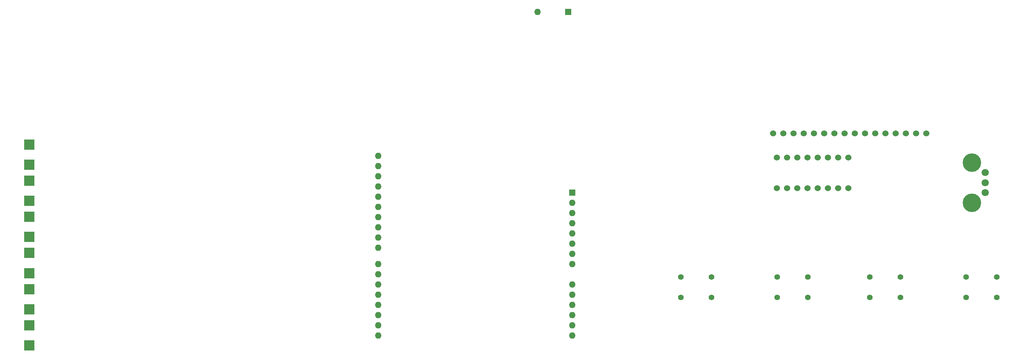
<source format=gbr>
%TF.GenerationSoftware,KiCad,Pcbnew,(5.1.8)-1*%
%TF.CreationDate,2021-04-22T01:43:49+03:00*%
%TF.ProjectId,guitar_second,67756974-6172-45f7-9365-636f6e642e6b,rev?*%
%TF.SameCoordinates,Original*%
%TF.FileFunction,Soldermask,Bot*%
%TF.FilePolarity,Negative*%
%FSLAX46Y46*%
G04 Gerber Fmt 4.6, Leading zero omitted, Abs format (unit mm)*
G04 Created by KiCad (PCBNEW (5.1.8)-1) date 2021-04-22 01:43:49*
%MOMM*%
%LPD*%
G01*
G04 APERTURE LIST*
%ADD10C,1.524000*%
%ADD11R,2.500000X2.500000*%
%ADD12O,1.600000X1.600000*%
%ADD13R,1.600000X1.600000*%
%ADD14C,1.800000*%
%ADD15C,4.600000*%
%ADD16C,1.397000*%
G04 APERTURE END LIST*
D10*
%TO.C,U1*%
X218130000Y-106040000D03*
X220670000Y-106040000D03*
X223210000Y-106040000D03*
X225750000Y-106040000D03*
X228290000Y-106040000D03*
X230830000Y-106040000D03*
X233370000Y-106040000D03*
X235910000Y-106040000D03*
X218130000Y-113660000D03*
X220670000Y-113660000D03*
X223210000Y-113660000D03*
X225750000Y-113660000D03*
X228290000Y-113660000D03*
X230830000Y-113660000D03*
X233370000Y-113660000D03*
X235910000Y-113660000D03*
%TD*%
%TO.C,LCD1*%
X252760000Y-99990000D03*
X250220000Y-99990000D03*
X247680000Y-99990000D03*
X245140000Y-99990000D03*
X242600000Y-99990000D03*
X240060000Y-99990000D03*
X237520000Y-99990000D03*
X234980000Y-99990000D03*
X232440000Y-99990000D03*
X229900000Y-99990000D03*
X227360000Y-99990000D03*
X224820000Y-99990000D03*
X222280000Y-99990000D03*
X219740000Y-99990000D03*
X217200000Y-99990000D03*
X255300000Y-99990000D03*
%TD*%
D11*
%TO.C,REF\u002A\u002A*%
X32250000Y-102750000D03*
%TD*%
%TO.C,REF\u002A\u002A*%
X32250000Y-107750000D03*
%TD*%
%TO.C,REF\u002A\u002A*%
X32250000Y-111750000D03*
%TD*%
%TO.C,REF\u002A\u002A*%
X32250000Y-116750000D03*
%TD*%
%TO.C,REF\u002A\u002A*%
X32250000Y-120750000D03*
%TD*%
%TO.C,REF\u002A\u002A*%
X32250000Y-125750000D03*
%TD*%
%TO.C,REF\u002A\u002A*%
X32250000Y-129750000D03*
%TD*%
%TO.C,REF\u002A\u002A*%
X32250000Y-134750000D03*
%TD*%
%TO.C,REF\u002A\u002A*%
X32250000Y-138750000D03*
%TD*%
%TO.C,REF\u002A\u002A*%
X32250000Y-143750000D03*
%TD*%
%TO.C,REF\u002A\u002A*%
X32250000Y-147750000D03*
%TD*%
%TO.C,REF\u002A\u002A*%
X32250000Y-152750000D03*
%TD*%
D12*
%TO.C,A1*%
X118990000Y-105610000D03*
X118990000Y-108150000D03*
D13*
X167250000Y-114750000D03*
D12*
X118990000Y-145230000D03*
X167250000Y-117290000D03*
X118990000Y-142690000D03*
X167250000Y-119830000D03*
X118990000Y-140150000D03*
X167250000Y-122370000D03*
X118990000Y-137610000D03*
X167250000Y-124910000D03*
X118990000Y-135070000D03*
X167250000Y-127450000D03*
X118990000Y-132530000D03*
X167250000Y-129990000D03*
X118990000Y-128470000D03*
X167250000Y-132530000D03*
X118990000Y-125930000D03*
X167250000Y-137610000D03*
X118990000Y-123390000D03*
X167250000Y-140150000D03*
X118990000Y-120850000D03*
X167250000Y-142690000D03*
X118990000Y-118310000D03*
X167250000Y-145230000D03*
X118990000Y-115770000D03*
X167250000Y-147770000D03*
X118990000Y-113230000D03*
X167250000Y-150310000D03*
X118990000Y-110690000D03*
X118990000Y-150310000D03*
X118990000Y-147770000D03*
%TD*%
D14*
%TO.C,RV1*%
X270000000Y-109750000D03*
X270000000Y-112250000D03*
X270000000Y-114750000D03*
D15*
X266700000Y-107250000D03*
X266700000Y-117250000D03*
%TD*%
D13*
%TO.C,SW1*%
X166250000Y-69750000D03*
D12*
X158630000Y-69750000D03*
%TD*%
D16*
%TO.C,SW2*%
X201870000Y-135750000D03*
X201870000Y-140830000D03*
X194250000Y-135750000D03*
X194250000Y-140830000D03*
%TD*%
%TO.C,SW3*%
X218250000Y-140830000D03*
X218250000Y-135750000D03*
X225870000Y-140830000D03*
X225870000Y-135750000D03*
%TD*%
%TO.C,SW4*%
X241250000Y-140830000D03*
X241250000Y-135750000D03*
X248870000Y-140830000D03*
X248870000Y-135750000D03*
%TD*%
%TO.C,SW5*%
X272870000Y-135750000D03*
X272870000Y-140830000D03*
X265250000Y-135750000D03*
X265250000Y-140830000D03*
%TD*%
M02*

</source>
